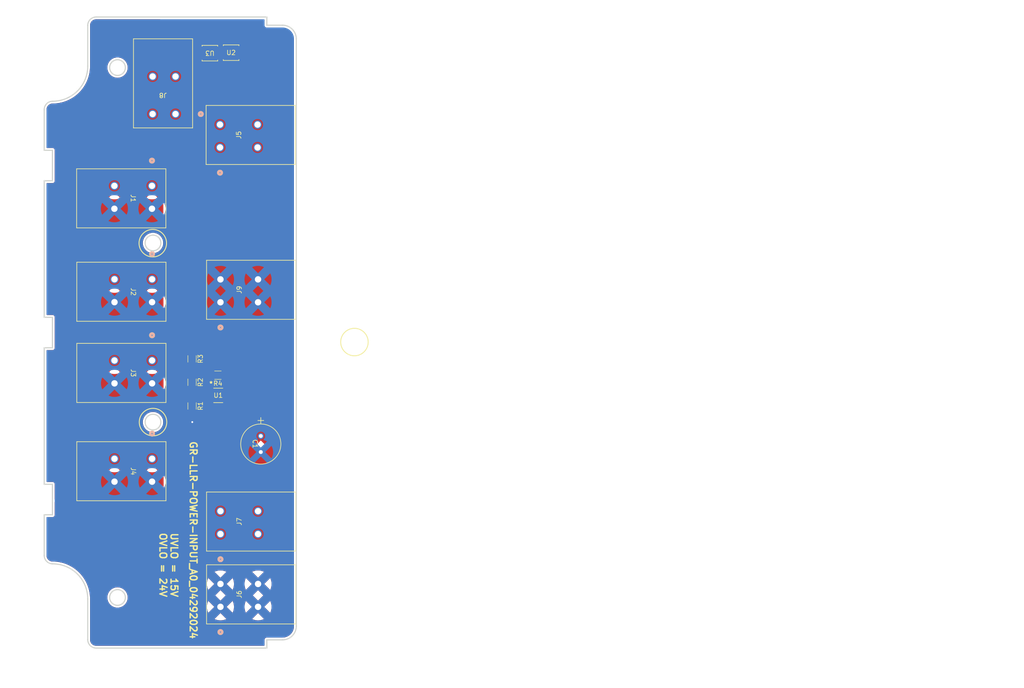
<source format=kicad_pcb>
(kicad_pcb (version 20221018) (generator pcbnew)
  (layers (0 "F.Cu" signal) (31 "B.Cu" signal) (34 "B.Paste" user) (35 "F.Paste" user) (36 "B.SilkS" user "B.Silkscreen") (37 "F.SilkS" user "F.Silkscreen") (38 "B.Mask" user) (39 "F.Mask" user) (44 "Edge.Cuts" user))
  (net 0 "")
  (net 2 "Net-(U1-OV)")
  (net 3 "Net-(U1-UV)")
  (net 4 "Net-(U1-*SHDN)")
  (net 5 "BV_OUT")
  (net 6 "BG")
  (net 7 "BV")
  (net 8 "Net-(U1-GATE)")
  (net 9 "Net-(U2-S-Pad1)")
  (net 10 "BV1")
  (footprint "2604-1102:2604" (layer "F.Cu") (at 64.9076 98.957099 -90)
    (fp_text reference "J3" (at 2.725001 4.099999 -90 unlocked) (layer "F.SilkS"))
    (fp_text value "BATT3")
    (fp_circle (center -5.504599 0) (end -5.123599 0) (stroke (width 0.508)) (fill none) (layer "B.SilkS"))
    (fp_line (start -3.726599 -3.027) (end -3.726599 16.4294) (stroke (width 0.1524)) (layer "F.SilkS"))
    (fp_line (start -3.726599 16.4294) (end 9.176601 16.4294) (stroke (width 0.1524)) (layer "F.SilkS"))
    (fp_line (start 9.176601 -3.027) (end -3.726599 -3.027) (stroke (width 0.1524)) (layer "F.SilkS"))
    (fp_line (start 9.176601 16.4294) (end 9.176601 -3.027) (stroke (width 0.1524)) (layer "F.SilkS"))
    (fp_circle (center -5.504599 0) (end -5.123599 0) (stroke (width 0.508)) (fill none) (layer "F.SilkS"))
    (pad "1_1" thru_hole circle (at 0 0 270) (size 1.905 1.905) (drill 1.397) (layers "*.Cu" "*.Mask") (net 10 "BV1"))
    (pad "1_2" thru_hole circle (at 0 8.199999 270) (size 1.905 1.905) (drill 1.397) (layers "*.Cu" "*.Mask") (net 10 "BV1"))
    (pad "2_1" thru_hole circle (at 5 0 270) (size 1.905 1.905) (drill 1.397) (layers "*.Cu" "*.Mask") (net 6 "BG"))
    (pad "2_2" thru_hole circle (at 5 8.199999 270) (size 1.905 1.905) (drill 1.397) (layers "*.Cu" "*.Mask") (net 6 "BG"))
  )
  (footprint "LTC4365CTS8_TRMPBF:TSOT-23_TS8_LIT" (layer "F.Cu") (at 79.34045 106.577001)
    (fp_text reference "U1" (at 0 0 unlocked) (layer "F.SilkS"))
    (fp_text value "LTC4365CTS8-TRMPBF")
    (fp_text user "*" (at -1.56845 -2.5244) (layer "F.SilkS"))
    (fp_text user "*" (at -1.56845 -2.5244 unlocked) (layer "F.SilkS"))
    (fp_line (start -1.0033 1.5748) (end 1.0033 1.5748) (stroke (width 0.1524)) (layer "F.SilkS"))
    (fp_line (start 1.0033 -1.5748) (end -1.0033 -1.5748) (stroke (width 0.1524)) (layer "F.SilkS"))
    (pad "1" smd rect (at -1.31445 -0.974999) (size 0.8763 0.4064) (layers "F.Cu" "F.Paste" "F.Mask") (net 7 "BV"))
    (pad "2" smd rect (at -1.31445 -0.325001) (size 0.8763 0.4064) (layers "F.Cu" "F.Paste" "F.Mask") (net 3 "Net-(U1-UV)"))
    (pad "3" smd rect (at -1.31445 0.325001) (size 0.8763 0.4064) (layers "F.Cu" "F.Paste" "F.Mask") (net 2 "Net-(U1-OV)"))
    (pad "4" smd rect (at -1.31445 0.974999) (size 0.8763 0.4064) (layers "F.Cu" "F.Paste" "F.Mask") (net 6 "BG"))
    (pad "5" smd rect (at 1.31445 0.974999) (size 0.8763 0.4064) (layers "F.Cu" "F.Paste" "F.Mask") (net 4 "Net-(U1-*SHDN)"))
    (pad "6" smd rect (at 1.31445 0.325001) (size 0.8763 0.4064) (layers "F.Cu" "F.Paste" "F.Mask"))
    (pad "7" smd rect (at 1.31445 -0.325001) (size 0.8763 0.4064) (layers "F.Cu" "F.Paste" "F.Mask") (net 5 "BV_OUT"))
    (pad "8" smd rect (at 1.31445 -0.974999) (size 0.8763 0.4064) (layers "F.Cu" "F.Paste" "F.Mask") (net 8 "Net-(U1-GATE)"))
  )
  (footprint "2604-1102:2604" (layer "F.Cu") (at 64.882399 60.83 -90)
    (fp_text reference "J1" (at 2.725001 4.099999 -90 unlocked) (layer "F.SilkS"))
    (fp_text value "BATT1")
    (fp_circle (center -5.504599 0) (end -5.123599 0) (stroke (width 0.508)) (fill none) (layer "B.SilkS"))
    (fp_line (start -3.726599 -3.027) (end -3.726599 16.4294) (stroke (width 0.1524)) (layer "F.SilkS"))
    (fp_line (start -3.726599 16.4294) (end 9.176601 16.4294) (stroke (width 0.1524)) (layer "F.SilkS"))
    (fp_line (start 9.176601 -3.027) (end -3.726599 -3.027) (stroke (width 0.1524)) (layer "F.SilkS"))
    (fp_line (start 9.176601 16.4294) (end 9.176601 -3.027) (stroke (width 0.1524)) (layer "F.SilkS"))
    (fp_circle (center -5.504599 0) (end -5.123599 0) (stroke (width 0.508)) (fill none) (layer "F.SilkS"))
    (pad "1_1" thru_hole circle (at 0 0 270) (size 1.905 1.905) (drill 1.397) (layers "*.Cu" "*.Mask") (net 10 "BV1"))
    (pad "1_2" thru_hole circle (at 0 8.199999 270) (size 1.905 1.905) (drill 1.397) (layers "*.Cu" "*.Mask") (net 10 "BV1"))
    (pad "2_1" thru_hole circle (at 5 0 270) (size 1.905 1.905) (drill 1.397) (layers "*.Cu" "*.Mask") (net 6 "BG"))
    (pad "2_2" thru_hole circle (at 5 8.199999 270) (size 1.905 1.905) (drill 1.397) (layers "*.Cu" "*.Mask") (net 6 "BG"))
  )
  (footprint "2604-1102:2604" (layer "F.Cu") (at 64.9076 120.420099 -90)
    (fp_text reference "J4" (at 2.725001 4.099999 -90 unlocked) (layer "F.SilkS"))
    (fp_text value "BATT4")
    (fp_circle (center -5.504599 0) (end -5.123599 0) (stroke (width 0.508)) (fill none) (layer "B.SilkS"))
    (fp_line (start -3.726599 -3.027) (end -3.726599 16.4294) (stroke (width 0.1524)) (layer "F.SilkS"))
    (fp_line (start -3.726599 16.4294) (end 9.176601 16.4294) (stroke (width 0.1524)) (layer "F.SilkS"))
    (fp_line (start 9.176601 -3.027) (end -3.726599 -3.027) (stroke (width 0.1524)) (layer "F.SilkS"))
    (fp_line (start 9.176601 16.4294) (end 9.176601 -3.027) (stroke (width 0.1524)) (layer "F.SilkS"))
    (fp_circle (center -5.504599 0) (end -5.123599 0) (stroke (width 0.508)) (fill none) (layer "F.SilkS"))
    (pad "1_1" thru_hole circle (at 0 0 270) (size 1.905 1.905) (drill 1.397) (layers "*.Cu" "*.Mask") (net 10 "BV1"))
    (pad "1_2" thru_hole circle (at 0 8.199999 270) (size 1.905 1.905) (drill 1.397) (layers "*.Cu" "*.Mask") (net 10 "BV1"))
    (pad "2_1" thru_hole circle (at 5 0 270) (size 1.905 1.905) (drill 1.397) (layers "*.Cu" "*.Mask") (net 6 "BG"))
    (pad "2_2" thru_hole circle (at 5 8.199999 270) (size 1.905 1.905) (drill 1.397) (layers "*.Cu" "*.Mask") (net 6 "BG"))
  )
  (footprint "2604-1102:2604" (layer "F.Cu") (at 79.826001 136.852 90)
    (fp_text reference "J7" (at 2.725001 4.099999 90 unlocked) (layer "F.SilkS"))
    (fp_text value "BATT+")
    (fp_circle (center -5.504599 0) (end -5.123599 0) (stroke (width 0.508)) (fill none) (layer "B.SilkS"))
    (fp_line (start -3.726599 -3.027) (end -3.726599 16.4294) (stroke (width 0.1524)) (layer "F.SilkS"))
    (fp_line (start -3.726599 16.4294) (end 9.176601 16.4294) (stroke (width 0.1524)) (layer "F.SilkS"))
    (fp_line (start 9.176601 -3.027) (end -3.726599 -3.027) (stroke (width 0.1524)) (layer "F.SilkS"))
    (fp_line (start 9.176601 16.4294) (end 9.176601 -3.027) (stroke (width 0.1524)) (layer "F.SilkS"))
    (fp_circle (center -5.504599 0) (end -5.123599 0) (stroke (width 0.508)) (fill none) (layer "F.SilkS"))
    (pad "1_1" thru_hole circle (at 0 0 90) (size 1.905 1.905) (drill 1.397) (layers "*.Cu" "*.Mask") (net 5 "BV_OUT"))
    (pad "1_2" thru_hole circle (at 0 8.199999 90) (size 1.905 1.905) (drill 1.397) (layers "*.Cu" "*.Mask") (net 5 "BV_OUT"))
    (pad "2_1" thru_hole circle (at 5 0 90) (size 1.905 1.905) (drill 1.397) (layers "*.Cu" "*.Mask") (net 5 "BV_OUT"))
    (pad "2_2" thru_hole circle (at 5 8.199999 90) (size 1.905 1.905) (drill 1.397) (layers "*.Cu" "*.Mask") (net 5 "BV_OUT"))
  )
  (footprint "2604-1102:2604" (layer "F.Cu") (at 79.826001 152.752 90)
    (fp_text reference "J6" (at 2.725001 4.099999 90 unlocked) (layer "F.SilkS"))
    (fp_text value "-BUS")
    (fp_circle (center -5.504599 0) (end -5.123599 0) (stroke (width 0.508)) (fill none) (layer "B.SilkS"))
    (fp_line (start -3.726599 -3.027) (end -3.726599 16.4294) (stroke (width 0.1524)) (layer "F.SilkS"))
    (fp_line (start -3.726599 16.4294) (end 9.176601 16.4294) (stroke (width 0.1524)) (layer "F.SilkS"))
    (fp_line (start 9.176601 -3.027) (end -3.726599 -3.027) (stroke (width 0.1524)) (layer "F.SilkS"))
    (fp_line (start 9.176601 16.4294) (end 9.176601 -3.027) (stroke (width 0.1524)) (layer "F.SilkS"))
    (fp_circle (center -5.504599 0) (end -5.123599 0) (stroke (width 0.508)) (fill none) (layer "F.SilkS"))
    (pad "1_1" thru_hole circle (at 0 0 90) (size 1.905 1.905) (drill 1.397) (layers "*.Cu" "*.Mask") (net 6 "BG"))
    (pad "1_2" thru_hole circle (at 0 8.199999 90) (size 1.905 1.905) (drill 1.397) (layers "*.Cu" "*.Mask") (net 6 "BG"))
    (pad "2_1" thru_hole circle (at 5 0 90) (size 1.905 1.905) (drill 1.397) (layers "*.Cu" "*.Mask") (net 6 "BG"))
    (pad "2_2" thru_hole circle (at 5 8.199999 90) (size 1.905 1.905) (drill 1.397) (layers "*.Cu" "*.Mask") (net 6 "BG"))
  )
  (footprint "2604-1102:2604" (layer "F.Cu") (at 79.826001 86.252 90)
    (fp_text reference "J9" (at 2.725001 4.099999 90 unlocked) (layer "F.SilkS"))
    (fp_text value "-BUS")
    (fp_circle (center -5.504599 0) (end -5.123599 0) (stroke (width 0.508)) (fill none) (layer "B.SilkS"))
    (fp_line (start -3.726599 -3.027) (end -3.726599 16.4294) (stroke (width 0.1524)) (layer "F.SilkS"))
    (fp_line (start -3.726599 16.4294) (end 9.176601 16.4294) (stroke (width 0.1524)) (layer "F.SilkS"))
    (fp_line (start 9.176601 -3.027) (end -3.726599 -3.027) (stroke (width 0.1524)) (layer "F.SilkS"))
    (fp_line (start 9.176601 16.4294) (end 9.176601 -3.027) (stroke (width 0.1524)) (layer "F.SilkS"))
    (fp_circle (center -5.504599 0) (end -5.123599 0) (stroke (width 0.508)) (fill none) (layer "F.SilkS"))
    (pad "1_1" thru_hole circle (at 0 0 90) (size 1.905 1.905) (drill 1.397) (layers "*.Cu" "*.Mask") (net 6 "BG"))
    (pad "1_2" thru_hole circle (at 0 8.199999 90) (size 1.905 1.905) (drill 1.397) (layers "*.Cu" "*.Mask") (net 6 "BG"))
    (pad "2_1" thru_hole circle (at 5 0 90) (size 1.905 1.905) (drill 1.397) (layers "*.Cu" "*.Mask") (net 6 "BG"))
    (pad "2_2" thru_hole circle (at 5 8.199999 90) (size 1.905 1.905) (drill 1.397) (layers "*.Cu" "*.Mask") (net 6 "BG"))
  )
  (footprint "2604-1102:2604" (layer "F.Cu") (at 79.726001 52.452 90)
    (fp_text reference "J5" (at 2.725001 4.099999 90 unlocked) (layer "F.SilkS"))
    (fp_text value "BATT+")
    (fp_circle (center -5.504599 0) (end -5.123599 0) (stroke (width 0.508)) (fill none) (layer "B.SilkS"))
    (fp_line (start -3.726599 -3.027) (end -3.726599 16.4294) (stroke (width 0.1524)) (layer "F.SilkS"))
    (fp_line (start -3.726599 16.4294) (end 9.176601 16.4294) (stroke (width 0.1524)) (layer "F.SilkS"))
    (fp_line (start 9.176601 -3.027) (end -3.726599 -3.027) (stroke (width 0.1524)) (layer "F.SilkS"))
    (fp_line (start 9.176601 16.4294) (end 9.176601 -3.027) (stroke (width 0.1524)) (layer "F.SilkS"))
    (fp_circle (center -5.504599 0) (end -5.123599 0) (stroke (width 0.508)) (fill none) (layer "F.SilkS"))
    (pad "1_1" thru_hole circle (at 0 0 90) (size 1.905 1.905) (drill 1.397) (layers "*.Cu" "*.Mask") (net 5 "BV_OUT"))
    (pad "1_2" thru_hole circle (at 0 8.199999 90) (size 1.905 1.905) (drill 1.397) (layers "*.Cu" "*.Mask") (net 5 "BV_OUT"))
    (pad "2_1" thru_hole circle (at 5 0 90) (size 1.905 1.905) (drill 1.397) (layers "*.Cu" "*.Mask") (net 5 "BV_OUT"))
    (pad "2_2" thru_hole circle (at 5 8.199999 90) (size 1.905 1.905) (drill 1.397) (layers "*.Cu" "*.Mask") (net 5 "BV_OUT"))
  )
  (footprint "Resistor_SMD:R_1206_3216Metric_Pad1.30x1.75mm_HandSolder" (layer "F.Cu") (at 79.27 102.1672 180)
    (fp_text reference "R4" (at 0 -1.82) (layer "F.SilkS"))
    (fp_text value "100k")
    (fp_line (start -0.727064 -0.91) (end 0.727064 -0.91) (stroke (width 0.12)) (layer "F.SilkS"))
    (fp_line (start -0.727064 0.91) (end 0.727064 0.91) (stroke (width 0.12)) (layer "F.SilkS"))
    (pad "1" smd roundrect (at -1.55 0 180) (size 1.3 1.75) (layers "F.Cu" "F.Paste" "F.Mask") (roundrect_rratio 0.1923076923) (net 4 "Net-(U1-*SHDN)"))
    (pad "2" smd roundrect (at 1.55 0 180) (size 1.3 1.75) (layers "F.Cu" "F.Paste" "F.Mask") (roundrect_rratio 0.1923076923) (net 7 "BV"))
  )
  (footprint "50ZLH100MEFC8X11_5:CAP_YX_8X11P5_RUB" (layer "F.Cu") (at 88.626 115.452 -90)
    (fp_text reference "C1" (at 1.7018 1.2446 -90 unlocked) (layer "F.SilkS"))
    (fp_text value "50ZLH100MEFC8X11.5")
    (fp_line (start -4.0285 0) (end -2.7585 0) (stroke (width 0.1524)) (layer "F.SilkS"))
    (fp_line (start -3.3935 -0.635) (end -3.3935 0.635) (stroke (width 0.1524)) (layer "F.SilkS"))
    (fp_circle (center 1.75 0) (end 6.1315 0) (stroke (width 0.1524)) (fill none) (layer "F.SilkS"))
    (pad "1" thru_hole circle (at 0 0 270) (size 1.3716 1.3716) (drill 0.8636) (layers "*.Cu" "*.Mask") (net 5 "BV_OUT"))
    (pad "2" thru_hole circle (at 3.500001 0 270) (size 1.3716 1.3716) (drill 0.8636) (layers "*.Cu" "*.Mask") (net 6 "BG"))
  )
  (footprint "Resistor_SMD:R_1206_3216Metric_Pad1.30x1.75mm_HandSolder" (layer "F.Cu") (at 73.6312 108.8976 -90)
    (fp_text reference "R1" (at 0 -1.82 90) (layer "F.SilkS"))
    (fp_text value "187k")
    (fp_line (start -0.727064 -0.91) (end 0.727064 -0.91) (stroke (width 0.12)) (layer "F.SilkS"))
    (fp_line (start -0.727064 0.91) (end 0.727064 0.91) (stroke (width 0.12)) (layer "F.SilkS"))
    (pad "1" smd roundrect (at -1.55 0 270) (size 1.3 1.75) (layers "F.Cu" "F.Paste" "F.Mask") (roundrect_rratio 0.1923076923) (net 2 "Net-(U1-OV)"))
    (pad "2" smd roundrect (at 1.55 0 270) (size 1.3 1.75) (layers "F.Cu" "F.Paste" "F.Mask") (roundrect_rratio 0.1923076923) (net 6 "BG"))
  )
  (footprint "Resistor_SMD:R_1206_3216Metric_Pad1.30x1.75mm_HandSolder" (layer "F.Cu") (at 73.6312 103.716 -90)
    (fp_text reference "R2" (at 0 -1.82 90) (layer "F.SilkS"))
    (fp_text value "113k")
    (fp_line (start -0.727064 -0.91) (end 0.727064 -0.91) (stroke (width 0.12)) (layer "F.SilkS"))
    (fp_line (start -0.727064 0.91) (end 0.727064 0.91) (stroke (width 0.12)) (layer "F.SilkS"))
    (pad "1" smd roundrect (at -1.55 0 270) (size 1.3 1.75) (layers "F.Cu" "F.Paste" "F.Mask") (roundrect_rratio 0.1923076923) (net 3 "Net-(U1-UV)"))
    (pad "2" smd roundrect (at 1.55 0 270) (size 1.3 1.75) (layers "F.Cu" "F.Paste" "F.Mask") (roundrect_rratio 0.1923076923) (net 2 "Net-(U1-OV)"))
  )
  (footprint "SIS434DN_T1_GE3:MOSFET_4DN-T1-E3_VIS" (layer "F.Cu") (at 77.526 31.852 180)
    (fp_text reference "U3" (at 0 0 180 unlocked) (layer "F.SilkS"))
    (fp_text value "SIS434DN-T1-GE3")
    (fp_line (start -1.7018 -1.7018) (end -1.7018 -1.510939) (stroke (width 0.1524)) (layer "F.SilkS"))
    (fp_line (start -1.7018 1.510939) (end -1.7018 1.7018) (stroke (width 0.1524)) (layer "F.SilkS"))
    (fp_line (start -1.7018 1.7018) (end 1.7018 1.7018) (stroke (width 0.1524)) (layer "F.SilkS"))
    (fp_line (start 1.7018 -1.7018) (end -1.7018 -1.7018) (stroke (width 0.1524)) (layer "F.SilkS"))
    (fp_line (start 1.7018 -1.510939) (end 1.7018 -1.7018) (stroke (width 0.1524)) (layer "F.SilkS"))
    (fp_line (start 1.7018 1.7018) (end 1.7018 1.510939) (stroke (width 0.1524)) (layer "F.SilkS"))
    (pad "1" smd rect (at -1.5175 -0.974999 180) (size 0.5588 0.4064) (layers "F.Cu" "F.Paste" "F.Mask") (net 9 "Net-(U2-S-Pad1)"))
    (pad "2" smd rect (at -1.5175 -0.325001 180) (size 0.5588 0.4064) (layers "F.Cu" "F.Paste" "F.Mask") (net 9 "Net-(U2-S-Pad1)"))
    (pad "3" smd rect (at -1.5175 0.325001 180) (size 0.5588 0.4064) (layers "F.Cu" "F.Paste" "F.Mask") (net 9 "Net-(U2-S-Pad1)"))
    (pad "4" smd rect (at -1.5175 0.974999 180) (size 0.5588 0.4064) (layers "F.Cu" "F.Paste" "F.Mask") (net 8 "Net-(U1-GATE)"))
    (pad "5" smd rect (at 1.5175 0.974999 180) (size 0.508 0.4064) (layers "F.Cu" "F.Paste" "F.Mask") (net 7 "BV"))
    (pad "6" smd rect (at 1.5175 0.325001 180) (size 0.508 0.4064) (layers "F.Cu" "F.Paste" "F.Mask") (net 7 "BV"))
    (pad "7" smd rect (at 1.5175 -0.325001 180) (size 0.508 0.4064) (layers "F.Cu" "F.Paste" "F.Mask") (net 7 "BV"))
    (pad "8" smd rect (at 1.5175 -0.974999 180) (size 0.508 0.4064) (layers "F.Cu" "F.Paste" "F.Mask") (net 7 "BV"))
  )
  (footprint "SIS434DN_T1_GE3:MOSFET_4DN-T1-E3_VIS" (layer "F.Cu") (at 82.1488 31.7504)
    (fp_text reference "U2" (at 0 0 unlocked) (layer "F.SilkS"))
    (fp_text value "SIS434DN-T1-GE3")
    (fp_line (start -1.7018 -1.7018) (end -1.7018 -1.510939) (stroke (width 0.1524)) (layer "F.SilkS"))
    (fp_line (start -1.7018 1.510939) (end -1.7018 1.7018) (stroke (width 0.1524)) (layer "F.SilkS"))
    (fp_line (start -1.7018 1.7018) (end 1.7018 1.7018) (stroke (width 0.1524)) (layer "F.SilkS"))
    (fp_line (start 1.7018 -1.7018) (end -1.7018 -1.7018) (stroke (width 0.1524)) (layer "F.SilkS"))
    (fp_line (start 1.7018 -1.510939) (end 1.7018 -1.7018) (stroke (width 0.1524)) (layer "F.SilkS"))
    (fp_line (start 1.7018 1.7018) (end 1.7018 1.510939) (stroke (width 0.1524)) (layer "F.SilkS"))
    (pad "1" smd rect (at -1.5175 -0.974999) (size 0.5588 0.4064) (layers "F.Cu" "F.Paste" "F.Mask") (net 9 "Net-(U2-S-Pad1)"))
    (pad "2" smd rect (at -1.5175 -0.325001) (size 0.5588 0.4064) (layers "F.Cu" "F.Paste" "F.Mask") (net 9 "Net-(U2-S-Pad1)"))
    (pad "3" smd rect (at -1.5175 0.325001) (size 0.5588 0.4064) (layers "F.Cu" "F.Paste" "F.Mask") (net 9 "Net-(U2-S-Pad1)"))
    (pad "4" smd rect (at -1.5175 0.974999) (size 0.5588 0.4064) (layers "F.Cu" "F.Paste" "F.Mask") (net 8 "Net-(U1-GATE)"))
    (pad "5" smd rect (at 1.5175 0.974999) (size 0.508 0.4064) (layers "F.Cu" "F.Paste" "F.Mask") (net 5 "BV_OUT"))
    (pad "6" smd rect (at 1.5175 0.325001) (size 0.508 0.4064) (layers "F.Cu" "F.Paste" "F.Mask") (net 5 "BV_OUT"))
    (pad "7" smd rect (at 1.5175 -0.325001) (size 0.508 0.4064) (layers "F.Cu" "F.Paste" "F.Mask") (net 5 "BV_OUT"))
    (pad "8" smd rect (at 1.5175 -0.974999) (size 0.508 0.4064) (layers "F.Cu" "F.Paste" "F.Mask") (net 5 "BV_OUT"))
  )
  (footprint "2604-1102:2604" (layer "F.Cu") (at 64.9076 81.227899 -90)
    (fp_text reference "J2" (at 2.725001 4.099999 -90 unlocked) (layer "F.SilkS"))
    (fp_text value "BATT2")
    (fp_circle (center -5.504599 0) (end -5.123599 0) (stroke (width 0.508)) (fill none) (layer "B.SilkS"))
    (fp_line (start -3.726599 -3.027) (end -3.726599 16.4294) (stroke (width 0.1524)) (layer "F.SilkS"))
    (fp_line (start -3.726599 16.4294) (end 9.176601 16.4294) (stroke (width 0.1524)) (layer "F.SilkS"))
    (fp_line (start 9.176601 -3.027) (end -3.726599 -3.027) (stroke (width 0.1524)) (layer "F.SilkS"))
    (fp_line (start 9.176601 16.4294) (end 9.176601 -3.027) (stroke (width 0.1524)) (layer "F.SilkS"))
    (fp_circle (center -5.504599 0) (end -5.123599 0) (stroke (width 0.508)) (fill none) (layer "F.SilkS"))
    (pad "1_1" thru_hole circle (at 0 0 270) (size 1.905 1.905) (drill 1.397) (layers "*.Cu" "*.Mask") (net 10 "BV1"))
    (pad "1_2" thru_hole circle (at 0 8.199999 270) (size 1.905 1.905) (drill 1.397) (layers "*.Cu" "*.Mask") (net 10 "BV1"))
    (pad "2_1" thru_hole circle (at 5 0 270) (size 1.905 1.905) (drill 1.397) (layers "*.Cu" "*.Mask") (net 6 "BG"))
    (pad "2_2" thru_hole circle (at 5 8.199999 270) (size 1.905 1.905) (drill 1.397) (layers "*.Cu" "*.Mask") (net 6 "BG"))
  )
  (footprint "Resistor_SMD:R_1206_3216Metric_Pad1.30x1.75mm_HandSolder" (layer "F.Cu") (at 73.6312 98.6112 -90)
    (fp_text reference "R3" (at 0 -1.82 90) (layer "F.SilkS"))
    (fp_text value "8700k")
    (fp_line (start -0.727064 -0.91) (end 0.727064 -0.91) (stroke (width 0.12)) (layer "F.SilkS"))
    (fp_line (start -0.727064 0.91) (end 0.727064 0.91) (stroke (width 0.12)) (layer "F.SilkS"))
    (pad "1" smd roundrect (at -1.55 0 270) (size 1.3 1.75) (layers "F.Cu" "F.Paste" "F.Mask") (roundrect_rratio 0.1923076923) (net 7 "BV"))
    (pad "2" smd roundrect (at 1.55 0 270) (size 1.3 1.75) (layers "F.Cu" "F.Paste" "F.Mask") (roundrect_rratio 0.1923076923) (net 3 "Net-(U1-UV)"))
  )
  (footprint "2604-1102:2604" (layer "F.Cu") (at 70.026 45.152 180)
    (fp_text reference "J8" (at 2.725001 4.099999 180 unlocked) (layer "F.SilkS"))
    (fp_text value "SWITCH")
    (fp_circle (center -5.504599 0) (end -5.123599 0) (stroke (width 0.508)) (fill none) (layer "B.SilkS"))
    (fp_line (start -3.726599 -3.027) (end -3.726599 16.4294) (stroke (width 0.1524)) (layer "F.SilkS"))
    (fp_line (start -3.726599 16.4294) (end 9.176601 16.4294) (stroke (width 0.1524)) (layer "F.SilkS"))
    (fp_line (start 9.176601 -3.027) (end -3.726599 -3.027) (stroke (width 0.1524)) (layer "F.SilkS"))
    (fp_line (start 9.176601 16.4294) (end 9.176601 -3.027) (stroke (width 0.1524)) (layer "F.SilkS"))
    (fp_circle (center -5.504599 0) (end -5.123599 0) (stroke (width 0.508)) (fill none) (layer "F.SilkS"))
    (pad "1_1" thru_hole circle (at 0 0 180) (size 1.905 1.905) (drill 1.397) (layers "*.Cu" "*.Mask") (net 7 "BV"))
    (pad "1_2" thru_hole circle (at 0 8.199999 180) (size 1.905 1.905) (drill 1.397) (layers "*.Cu" "*.Mask") (net 7 "BV"))
    (pad "2_1" thru_hole circle (at 5 0 180) (size 1.905 1.905) (drill 1.397) (layers "*.Cu" "*.Mask") (net 10 "BV1"))
    (pad "2_2" thru_hole circle (at 5 8.199999 180) (size 1.905 1.905) (drill 1.397) (layers "*.Cu" "*.Mask") (net 10 "BV1"))
  )
  (gr_circle (center 65.0644 73.3484) (end 68.0644 73.3484) (stroke (width 0.2)) (fill none) (layer "F.SilkS"))
  (gr_circle (center 109.057407 94.936703) (end 112.057407 94.936703) (stroke (width 0.2)) (fill none) (layer "F.SilkS"))
  (gr_circle (center 65.1124 112.4136) (end 68.1124 112.4136) (stroke (width 0.2)) (fill none) (layer "F.SilkS"))
  (gr_line (start 43.166682 132.648016) (end 41.371905 132.648016) (stroke (width 0.25)) (layer "Edge.Cuts"))
  (gr_arc (start 50.871505 25.801248) (mid 51.410166 24.500762) (end 52.710652 23.962101) (stroke (width 0.25)) (layer "Edge.Cuts"))
  (gr_line (start 50.871505 25.801248) (end 50.871505 34.691248) (stroke (width 0.25)) (layer "Edge.Cuts"))
  (gr_arc (start 43.211052 143.362795) (mid 48.627809 145.606491) (end 50.871505 151.023248) (stroke (width 0.25)) (layer "Edge.Cuts"))
  (gr_line (start 43.166682 59.724616) (end 41.371905 59.724616) (stroke (width 0.25)) (layer "Edge.Cuts"))
  (gr_line (start 43.166682 96.186316) (end 41.371905 96.186316) (stroke (width 0.25)) (layer "Edge.Cuts"))
  (gr_circle (center 57.365202 150.705748) (end 59.079702 150.705748) (stroke (width 0.25)) (fill none) (layer "Edge.Cuts"))
  (gr_line (start 89.945384 25.756878) (end 89.945384 23.962101) (stroke (width 0.25)) (layer "Edge.Cuts"))
  (gr_line (start 93.371905 25.756878) (end 89.945384 25.756878) (stroke (width 0.25)) (layer "Edge.Cuts"))
  (gr_line (start 41.371905 132.648016) (end 41.371905 141.523648) (stroke (width 0.25)) (layer "Edge.Cuts"))
  (gr_line (start 41.371905 125.98988) (end 43.166682 125.98988) (stroke (width 0.25)) (layer "Edge.Cuts"))
  (gr_line (start 41.371905 59.724616) (end 41.371905 89.52818) (stroke (width 0.25)) (layer "Edge.Cuts"))
  (gr_line (start 41.371905 89.52818) (end 43.166682 89.52818) (stroke (width 0.25)) (layer "Edge.Cuts"))
  (gr_line (start 52.710652 161.752395) (end 89.945384 161.752395) (stroke (width 0.25)) (layer "Edge.Cuts"))
  (gr_arc (start 52.710652 161.752395) (mid 51.410192 161.213708) (end 50.871505 159.913248) (stroke (width 0.25)) (layer "Edge.Cuts"))
  (gr_line (start 89.945384 159.957618) (end 93.371905 159.957618) (stroke (width 0.25)) (layer "Edge.Cuts"))
  (gr_line (start 89.945384 23.962101) (end 52.710652 23.962101) (stroke (width 0.25)) (layer "Edge.Cuts"))
  (gr_arc (start 96.371905 156.957618) (mid 95.493218 159.078931) (end 93.371905 159.957618) (stroke (width 0.25)) (layer "Edge.Cuts"))
  (gr_line (start 43.166682 89.52818) (end 43.166682 96.186316) (stroke (width 0.25)) (layer "Edge.Cuts"))
  (gr_line (start 43.166682 53.06648) (end 43.166682 59.724616) (stroke (width 0.25)) (layer "Edge.Cuts"))
  (gr_line (start 41.371905 53.06648) (end 43.166682 53.06648) (stroke (width 0.25)) (layer "Edge.Cuts"))
  (gr_arc (start 41.371905 44.190848) (mid 41.910575 42.890371) (end 43.211052 42.351701) (stroke (width 0.25)) (layer "Edge.Cuts"))
  (gr_arc (start 50.871505 34.691248) (mid 48.627811 40.108007) (end 43.211052 42.351701) (stroke (width 0.25)) (layer "Edge.Cuts"))
  (gr_line (start 43.166682 125.98988) (end 43.166682 132.648016) (stroke (width 0.25)) (layer "Edge.Cuts"))
  (gr_circle (center 65.105852 112.415248) (end 66.820352 112.415248) (stroke (width 0.25)) (fill none) (layer "Edge.Cuts"))
  (gr_line (start 50.871505 151.023248) (end 50.871505 159.913248) (stroke (width 0.25)) (layer "Edge.Cuts"))
  (gr_line (start 41.371905 96.186316) (end 41.371905 125.98988) (stroke (width 0.25)) (layer "Edge.Cuts"))
  (gr_circle (center 65.105852 73.299248) (end 66.820352 73.299248) (stroke (width 0.25)) (fill none) (layer "Edge.Cuts"))
  (gr_arc (start 43.211052 143.362795) (mid 41.910592 142.824108) (end 41.371905 141.523648) (stroke (width 0.25)) (layer "Edge.Cuts"))
  (gr_circle (center 57.365202 35.008748) (end 59.079702 35.008748) (stroke (width 0.25)) (fill none) (layer "Edge.Cuts"))
  (gr_line (start 96.371905 28.756878) (end 96.371905 156.957618) (stroke (width 0.25)) (layer "Edge.Cuts"))
  (gr_arc (start 93.371905 25.756878) (mid 95.493227 26.635556) (end 96.371905 28.756878) (stroke (width 0.25)) (layer "Edge.Cuts"))
  (gr_line (start 89.945384 161.752395) (end 89.945384 159.957618) (stroke (width 0.25)) (layer "Edge.Cuts"))
  (gr_line (start 41.371905 44.190848) (end 41.371905 53.06648) (stroke (width 0.25)) (layer "Edge.Cuts"))
  (gr_text "UVLO = 15V\nOVLO = 24V" (at 66.426 136.452 -90) (layer "F.SilkS") (effects (font (size 1.5 1.5) (thickness 0.3) bold) (justify left bottom)))
  (gr_text "GR-LLR-POWER-INPUT_A0_04292024" (at 73.026 116.452 -90) (layer "F.SilkS") (effects (font (size 1.5 1.5) (thickness 0.3) bold) (justify left bottom)))
  (segment (start 78.026 106.902002) (end 74.076798 106.902002) (width 0.25) (layer "F.Cu") (net 2))
  (segment (start 73.6312 105.266) (end 73.6312 107.3476) (width 0.25) (layer "F.Cu") (net 2))
  (segment (start 74.076798 106.902002) (end 73.6312 107.3476) (width 0.25) (layer "F.Cu") (net 2))
  (segment (start 78.026 106.252) (end 77.575028 106.252) (width 0.25) (layer "F.Cu") (net 3))
  (segment (start 73.6312 102.308172) (end 73.6312 102.166) (width 0.25) (layer "F.Cu") (net 3))
  (segment (start 77.575028 106.252) (end 73.6312 102.308172) (width 0.25) (layer "F.Cu") (net 3))
  (segment (start 73.6312 102.166) (end 73.6312 100.1612) (width 0.25) (layer "F.Cu") (net 3))
  (segment (start 80.203928 107.552) (end 80.6549 107.552) (width 0.25) (layer "F.Cu") (net 4))
  (segment (start 79.778 107.126072) (end 80.203928 107.552) (width 0.25) (layer "F.Cu") (net 4))
  (segment (start 79.778 103.2092) (end 79.778 107.126072) (width 0.25) (layer "F.Cu") (net 4))
  (segment (start 80.82 102.1672) (end 79.778 103.2092) (width 0.25) (layer "F.Cu") (net 4))
  (segment (start 80.6549 106.252) (end 81.105868 106.252) (width 0.25) (layer "F.Cu") (net 5))
  (segment (start 75.1304 110.4476) (end 78.026 107.552) (width 0.25) (layer "F.Cu") (net 6))
  (segment (start 73.6312 110.4476) (end 73.6312 112.3624) (width 0.25) (layer "F.Cu") (net 6))
  (segment (start 73.6312 110.4476) (end 75.1304 110.4476) (width 0.25) (layer "F.Cu") (net 6))
  (segment (start 73.6312 112.3624) (end 73.678 112.4092) (width 0.25) (layer "F.Cu") (net 6))
  (via (at 73.678 112.4092) (size 0.8) (drill 0.4) (layers "F.Cu" "B.Cu") (net 6))
  (segment (start 78.026 105.602002) (end 77.72 105.296002) (width 0.25) (layer "F.Cu") (net 7))
  (segment (start 77.72 102.1672) (end 77.72 101.15) (width 0.25) (layer "F.Cu") (net 7))
  (segment (start 73.6312 97.0572) (end 70.026 93.452) (width 0.25) (layer "F.Cu") (net 7))
  (segment (start 70.026 93.452) (end 70.026 45.152) (width 0.25) (layer "F.Cu") (net 7))
  (segment (start 77.72 105.296002) (end 77.72 102.1672) (width 0.25) (layer "F.Cu") (net 7))
  (segment (start 73.6312 97.0612) (end 73.6312 97.0572) (width 0.25) (layer "F.Cu") (net 7))
  (segment (start 77.72 101.15) (end 73.6312 97.0612) (width 0.25) (layer "F.Cu") (net 7))
  (segment (start 79.6412 100.9672) (end 70.626 91.952) (width 0.25) (layer "F.Cu") (net 8))
  (segment (start 79.6733 30.247201) (end 81.04532 30.247201) (width 0.25) (layer "F.Cu") (net 8))
  (segment (start 81.795 104.461902) (end 81.795 101.304026) (width 0.25) (layer "F.Cu") (net 8))
  (segment (start 81.04532 30.247201) (end 81.2357 30.437581) (width 0.25) (layer "F.Cu") (net 8))
  (segment (start 81.458174 100.9672) (end 79.6412 100.9672) (width 0.25) (layer "F.Cu") (net 8))
  (segment (start 80.923522 32.725399) (end 80.6313 32.725399) (width 0.25) (layer "F.Cu") (net 8))
  (segment (start 81.2357 32.413221) (end 80.923522 32.725399) (width 0.25) (layer "F.Cu") (net 8))
  (segment (start 81.2357 30.437581) (end 81.2357 32.413221) (width 0.25) (layer "F.Cu") (net 8))
  (segment (start 81.795 101.304026) (end 81.458174 100.9672) (width 0.25) (layer "F.Cu") (net 8))
  (segment (start 70.626 51.152) (end 80.6313 41.1467) (width 0.25) (layer "F.Cu") (net 8))
  (segment (start 70.626 91.952) (end 70.626 51.152) (width 0.25) (layer "F.Cu") (net 8))
  (segment (start 79.0435 30.877001) (end 79.6733 30.247201) (width 0.25) (layer "F.Cu") (net 8))
  (segment (start 80.6313 41.1467) (end 80.6313 32.725399) (width 0.25) (layer "F.Cu") (net 8))
  (segment (start 80.6549 105.602002) (end 81.795 104.461902) (width 0.25) (layer "F.Cu") (net 8))
  (zone (net 5) (net_name "BV_OUT") (layer "F.Cu") (priority 1) (connect_pads (clearance 0.25)) (min_thickness 0.25) (fill yes (thermal_gap 2) (thermal_bridge_width 2) (smoothing chamfer) (radius 1))
    (polygon (pts (xy 81.826 43.052) (xy 81.926 29.152) (xy 96.326 29.152) (xy 96.526 50.052) (xy 76.726 50.052) (xy 76.826 43.152)))
  )
  (zone (net 9) (net_name "Net-(U2-S-Pad1)") (layer "F.Cu") (priority 2) (connect_pads yes (clearance 0)) (min_thickness 0.1) (fill yes (thermal_gap 0.1) (thermal_bridge_width 0.1) (smoothing chamfer) (radius 0.1))
    (polygon (pts (xy 78.4912 29.6168) (xy 81.1328 29.6168) (xy 81.1328 33.884) (xy 78.4912 33.884)))
  )
  (zone (net 7) (net_name "BV") (layer "F.Cu") (priority 2) (connect_pads yes (clearance 0)) (min_thickness 0.1) (fill yes (thermal_gap 0) (thermal_bridge_width 0.5) (smoothing chamfer) (radius 1))
    (polygon (pts (xy 77.926 29.152) (xy 77.926 34.452) (xy 73.826 34.452) (xy 73.826 29.152)))
  )
  (zone (net 5) (net_name "BV_OUT") (layer "F.Cu") (priority 1) (connect_pads (clearance 0.25)) (min_thickness 0.25) (fill yes (thermal_gap 2) (thermal_bridge_width 2) (smoothing chamfer) (radius 1))
    (polygon (pts (xy 76.726 50.052) (xy 96.526 50.052) (xy 96.426 140.652) (xy 76.526 140.652)))
  )
  (zone (net 5) (net_name "BV_OUT") (layer "F.Cu") (priority 2) (connect_pads yes (clearance 0)) (min_thickness 0.1) (fill yes (thermal_gap 0) (thermal_bridge_width 0.5) (smoothing chamfer) (radius 1))
    (polygon (pts (xy 86.026 29.152) (xy 86.026 35.552) (xy 81.926 35.552) (xy 81.926 29.152)))
  )
  (zone (net 7) (net_name "BV") (layer "F.Cu") (priority 1) (connect_pads (clearance 0.25)) (min_thickness 0.25) (fill yes (thermal_gap 2) (thermal_bridge_width 2) (smoothing chamfer) (radius 1))
    (polygon (pts (xy 67.426 29.152) (xy 74.326 29.152) (xy 77.926 29.152) (xy 77.926 41.952) (xy 74.326 42.052) (xy 74.426 48.652) (xy 67.426 48.752)))
  )
  (zone (net 10) (net_name "BV1") (layer "F.Cu") (priority 1) (connect_pads (clearance 0.25)) (min_thickness 0.25) (fill yes (thermal_gap 2) (thermal_bridge_width 2) (smoothing chamfer) (radius 1))
    (polygon (pts (xy 36.226 23.852) (xy 67.326 24.152) (xy 67.426 129.852) (xy 36.926 129.752)))
  )
  (zone (net 6) (net_name "BG") (layers "F&B.Cu") (connect_pads (clearance 0.25)) (min_thickness 0.25) (fill yes (thermal_gap 2) (thermal_bridge_width 2) (smoothing chamfer) (radius 1))
    (polygon (pts (xy 31.726 20.252) (xy 99.326 20.252) (xy 98.626 170.452) (xy 31.826 170.252)))
  )
)
</source>
